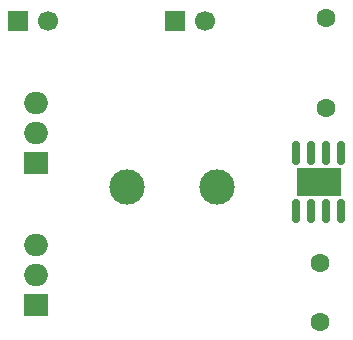
<source format=gbr>
%TF.GenerationSoftware,KiCad,Pcbnew,9.0.6*%
%TF.CreationDate,2025-12-23T20:16:15+05:30*%
%TF.ProjectId,Class D,436c6173-7320-4442-9e6b-696361645f70,rev?*%
%TF.SameCoordinates,Original*%
%TF.FileFunction,Soldermask,Top*%
%TF.FilePolarity,Negative*%
%FSLAX46Y46*%
G04 Gerber Fmt 4.6, Leading zero omitted, Abs format (unit mm)*
G04 Created by KiCad (PCBNEW 9.0.6) date 2025-12-23 20:16:15*
%MOMM*%
%LPD*%
G01*
G04 APERTURE LIST*
G04 Aperture macros list*
%AMRoundRect*
0 Rectangle with rounded corners*
0 $1 Rounding radius*
0 $2 $3 $4 $5 $6 $7 $8 $9 X,Y pos of 4 corners*
0 Add a 4 corners polygon primitive as box body*
4,1,4,$2,$3,$4,$5,$6,$7,$8,$9,$2,$3,0*
0 Add four circle primitives for the rounded corners*
1,1,$1+$1,$2,$3*
1,1,$1+$1,$4,$5*
1,1,$1+$1,$6,$7*
1,1,$1+$1,$8,$9*
0 Add four rect primitives between the rounded corners*
20,1,$1+$1,$2,$3,$4,$5,0*
20,1,$1+$1,$4,$5,$6,$7,0*
20,1,$1+$1,$6,$7,$8,$9,0*
20,1,$1+$1,$8,$9,$2,$3,0*%
G04 Aperture macros list end*
%ADD10C,1.700000*%
%ADD11R,1.700000X1.700000*%
%ADD12R,2.000000X1.905000*%
%ADD13O,2.000000X1.905000*%
%ADD14C,1.600000*%
%ADD15C,3.000000*%
%ADD16RoundRect,0.150000X0.150000X-0.825000X0.150000X0.825000X-0.150000X0.825000X-0.150000X-0.825000X0*%
%ADD17R,3.810000X2.410000*%
G04 APERTURE END LIST*
D10*
%TO.C,BT1*%
X51000000Y-47000000D03*
D11*
X48460000Y-47000000D03*
%TD*%
D10*
%TO.C,BT2*%
X64265000Y-47000000D03*
D11*
X61725000Y-47000000D03*
%TD*%
D12*
%TO.C,Q2*%
X49950000Y-71040000D03*
D13*
X49950000Y-68500000D03*
X49950000Y-65960000D03*
%TD*%
D14*
%TO.C,C1*%
X74000000Y-72500000D03*
X74000000Y-67500000D03*
%TD*%
%TO.C,R1*%
X74500000Y-54310000D03*
X74500000Y-46690000D03*
%TD*%
D15*
%TO.C,L1*%
X57690000Y-61000000D03*
X65310000Y-61000000D03*
%TD*%
D12*
%TO.C,Q1*%
X49950000Y-59040000D03*
D13*
X49950000Y-56500000D03*
X49950000Y-53960000D03*
%TD*%
D16*
%TO.C,U1*%
X71960000Y-63075000D03*
X73230000Y-63075000D03*
X74500000Y-63075000D03*
X75770000Y-63075000D03*
X75770000Y-58125000D03*
X74500000Y-58125000D03*
X73230000Y-58125000D03*
X71960000Y-58125000D03*
D17*
X73865000Y-60600000D03*
%TD*%
M02*

</source>
